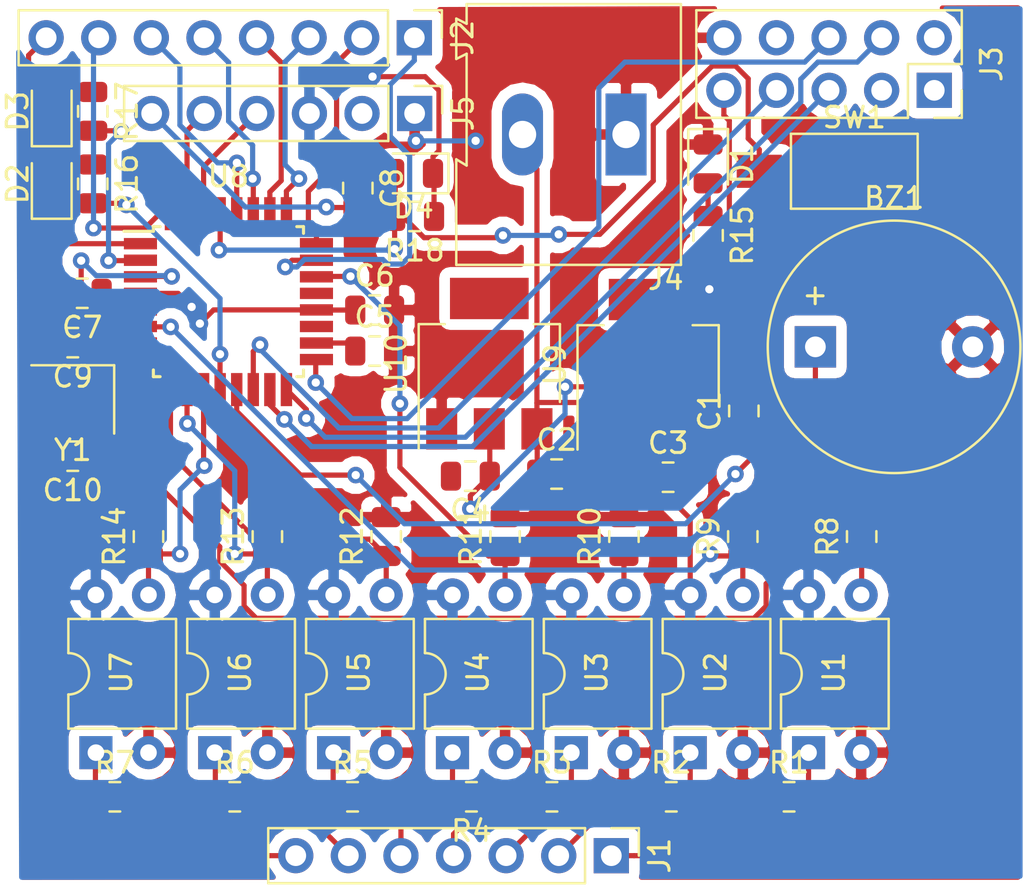
<source format=kicad_pcb>
(kicad_pcb (version 20171130) (host pcbnew 5.0.1)
  (layers (0 F.Cu signal) (31 B.Cu signal) (34 B.Paste user) (35 F.Paste user) (36 B.SilkS user) (37 F.SilkS user) (38 B.Mask user) (39 F.Mask user) (44 Edge.Cuts user))
  (net 0 "")
  (net 1 GND)
  (net 2 +12V)
  (net 3 S4)
  (net 4 Reset)
  (net 5 +5V)
  (net 6 "Net-(D3-Pad2)")
  (net 7 LED_Alarm)
  (net 8 S7)
  (net 9 S6)
  (net 10 S5)
  (net 11 S3)
  (net 12 S2)
  (net 13 S1)
  (net 14 LED_Armed)
  (net 15 "Net-(D2-Pad2)")
  (net 16 "Net-(R6-Pad1)")
  (net 17 "Net-(J1-Pad6)")
  (net 18 "Net-(J1-Pad5)")
  (net 19 "Net-(R5-Pad1)")
  (net 20 "Net-(J1-Pad4)")
  (net 21 "Net-(R4-Pad2)")
  (net 22 "Net-(R3-Pad2)")
  (net 23 "Net-(J1-Pad3)")
  (net 24 "Net-(J1-Pad2)")
  (net 25 "Net-(R2-Pad2)")
  (net 26 "Net-(R1-Pad2)")
  (net 27 "Net-(J1-Pad1)")
  (net 28 "Net-(D1-Pad2)")
  (net 29 "Net-(J1-Pad7)")
  (net 30 "Net-(R7-Pad1)")
  (net 31 +3V3)
  (net 32 Key_8)
  (net 33 Crystal_A)
  (net 34 Crystal_B)
  (net 35 Buzzer)
  (net 36 CS)
  (net 37 MOSI)
  (net 38 MISO)
  (net 39 SCK)
  (net 40 Key_1)
  (net 41 Key_2)
  (net 42 Key_3)
  (net 43 Key_4)
  (net 44 Key_5)
  (net 45 Key_6)
  (net 46 328_RX)
  (net 47 328_TX)
  (net 48 Key_7)
  (net 49 "Net-(J3-Pad1)")
  (net 50 "Net-(J3-Pad2)")
  (net 51 RTS)
  (net 52 "Net-(J3-Pad3)")
  (net 53 "Net-(J3-Pad8)")
  (net 54 "Net-(J5-Pad2)")
  (module Package_TO_SOT_SMD:SOT-223 (layer F.Cu) (at 164.3888 71.12 90)
    (fp_text reference U10 (at 0 -4.5 90) (layer F.SilkS))
    (fp_text value AZ1117-3.3)
    (pad 4 smd rect (at 3.15 0 90) (size 2 3.8) (layers F.Cu F.Paste F.Mask))
    (pad 2 smd rect (at -3.15 0 90) (size 2 1.5) (layers F.Cu F.Paste F.Mask) (net 31 +3V3))
    (pad 3 smd rect (at -3.15 2.3 90) (size 2 1.5) (layers F.Cu F.Paste F.Mask) (net 2 +12V))
    (pad 1 smd rect (at -3.15 -2.3 90) (size 2 1.5) (layers F.Cu F.Paste F.Mask) (net 1 GND))
  )
  (module Connector_PinHeader_2.54mm:PinHeader_1x08_P2.54mm_Vertical (layer F.Cu) (at 160.767 55.372 270)
    (fp_text reference J2 (at 0 -2.33 270) (layer F.SilkS))
    (fp_text value Conn_01x08_Male)
    (pad 1 thru_hole rect (at 0 0 270) (size 1.7 1.7) (drill 1) (layers *.Cu *.Mask) (net 40 Key_1))
    (pad 2 thru_hole oval (at 0 2.54 270) (size 1.7 1.7) (drill 1) (layers *.Cu *.Mask) (net 41 Key_2))
    (pad 3 thru_hole oval (at 0 5.08 270) (size 1.7 1.7) (drill 1) (layers *.Cu *.Mask) (net 42 Key_3))
    (pad 4 thru_hole oval (at 0 7.62 270) (size 1.7 1.7) (drill 1) (layers *.Cu *.Mask) (net 43 Key_4))
    (pad 5 thru_hole oval (at 0 10.16 270) (size 1.7 1.7) (drill 1) (layers *.Cu *.Mask) (net 44 Key_5))
    (pad 6 thru_hole oval (at 0 12.7 270) (size 1.7 1.7) (drill 1) (layers *.Cu *.Mask) (net 45 Key_6))
    (pad 7 thru_hole oval (at 0 15.24 270) (size 1.7 1.7) (drill 1) (layers *.Cu *.Mask) (net 48 Key_7))
    (pad 8 thru_hole oval (at 0 17.78 270) (size 1.7 1.7) (drill 1) (layers *.Cu *.Mask) (net 32 Key_8))
  )
  (module TerminalBlock:TerminalBlock_Altech_AK300-2_P5.00mm (layer F.Cu) (at 170.9928 60.0456 180)
    (fp_text reference J4 (at -1.92 -6.99 180) (layer F.SilkS))
    (fp_text value Screw_Terminal_01x02)
    (pad 1 thru_hole rect (at 0 0 180) (size 1.98 3.96) (drill 1.32) (layers *.Cu *.Mask) (net 1 GND))
    (pad 2 thru_hole oval (at 5 0 180) (size 1.98 3.96) (drill 1.32) (layers *.Cu *.Mask) (net 2 +12V))
  )
  (module Resistor_SMD:R_0805_2012Metric (layer F.Cu) (at 165.1508 79.4743 90)
    (fp_text reference R11 (at 0 -1.65 90) (layer F.SilkS))
    (fp_text value 2K7)
    (pad 1 smd roundrect (at -0.9375 0 90) (size 0.975 1.4) (layers F.Cu F.Paste F.Mask) (net 3 S4))
    (pad 2 smd roundrect (at 0.9375 0 90) (size 0.975 1.4) (layers F.Cu F.Paste F.Mask) (net 1 GND))
  )
  (module Resistor_SMD:R_0805_2012Metric (layer F.Cu) (at 160.782 64.008 180)
    (fp_text reference R18 (at 0 -1.65 180) (layer F.SilkS))
    (fp_text value 100k)
    (pad 2 smd roundrect (at 0.9375 0 180) (size 0.975 1.4) (layers F.Cu F.Paste F.Mask) (net 4 Reset))
    (pad 1 smd roundrect (at -0.9375 0 180) (size 0.975 1.4) (layers F.Cu F.Paste F.Mask) (net 5 +5V))
  )
  (module Resistor_SMD:R_0805_2012Metric (layer F.Cu) (at 145.2372 58.928 270)
    (fp_text reference R17 (at 0 -1.65 270) (layer F.SilkS))
    (fp_text value 10K)
    (pad 1 smd roundrect (at -0.9375 0 270) (size 0.975 1.4) (layers F.Cu F.Paste F.Mask) (net 6 "Net-(D3-Pad2)"))
    (pad 2 smd roundrect (at 0.9375 0 270) (size 0.975 1.4) (layers F.Cu F.Paste F.Mask) (net 7 LED_Alarm))
  )
  (module Resistor_SMD:R_0805_2012Metric (layer F.Cu) (at 147.9296 79.4743 90)
    (fp_text reference R14 (at 0 -1.65 90) (layer F.SilkS))
    (fp_text value 2K7)
    (pad 2 smd roundrect (at 0.9375 0 90) (size 0.975 1.4) (layers F.Cu F.Paste F.Mask) (net 1 GND))
    (pad 1 smd roundrect (at -0.9375 0 90) (size 0.975 1.4) (layers F.Cu F.Paste F.Mask) (net 8 S7))
  )
  (module Resistor_SMD:R_0805_2012Metric (layer F.Cu) (at 153.67 79.4743 90)
    (fp_text reference R13 (at 0 -1.65 90) (layer F.SilkS))
    (fp_text value 2K7)
    (pad 1 smd roundrect (at -0.9375 0 90) (size 0.975 1.4) (layers F.Cu F.Paste F.Mask) (net 9 S6))
    (pad 2 smd roundrect (at 0.9375 0 90) (size 0.975 1.4) (layers F.Cu F.Paste F.Mask) (net 1 GND))
  )
  (module Resistor_SMD:R_0805_2012Metric (layer F.Cu) (at 159.4104 79.4743 90)
    (fp_text reference R12 (at 0 -1.65 90) (layer F.SilkS))
    (fp_text value 2K7)
    (pad 2 smd roundrect (at 0.9375 0 90) (size 0.975 1.4) (layers F.Cu F.Paste F.Mask) (net 1 GND))
    (pad 1 smd roundrect (at -0.9375 0 90) (size 0.975 1.4) (layers F.Cu F.Paste F.Mask) (net 10 S5))
  )
  (module Resistor_SMD:R_0805_2012Metric (layer F.Cu) (at 170.8912 79.4743 90)
    (fp_text reference R10 (at 0 -1.65 90) (layer F.SilkS))
    (fp_text value 2K7)
    (pad 1 smd roundrect (at -0.9375 0 90) (size 0.975 1.4) (layers F.Cu F.Paste F.Mask) (net 11 S3))
    (pad 2 smd roundrect (at 0.9375 0 90) (size 0.975 1.4) (layers F.Cu F.Paste F.Mask) (net 1 GND))
  )
  (module Resistor_SMD:R_0805_2012Metric (layer F.Cu) (at 176.6316 79.4743 90)
    (fp_text reference R9 (at 0 -1.65 90) (layer F.SilkS))
    (fp_text value 2K7)
    (pad 2 smd roundrect (at 0.9375 0 90) (size 0.975 1.4) (layers F.Cu F.Paste F.Mask) (net 1 GND))
    (pad 1 smd roundrect (at -0.9375 0 90) (size 0.975 1.4) (layers F.Cu F.Paste F.Mask) (net 12 S2))
  )
  (module Resistor_SMD:R_0805_2012Metric (layer F.Cu) (at 182.372 79.4743 90)
    (fp_text reference R8 (at 0 -1.65 90) (layer F.SilkS))
    (fp_text value 2K7)
    (pad 1 smd roundrect (at -0.9375 0 90) (size 0.975 1.4) (layers F.Cu F.Paste F.Mask) (net 13 S1))
    (pad 2 smd roundrect (at 0.9375 0 90) (size 0.975 1.4) (layers F.Cu F.Paste F.Mask) (net 1 GND))
  )
  (module Resistor_SMD:R_0805_2012Metric (layer F.Cu) (at 145.2372 62.4332 270)
    (fp_text reference R16 (at 0 -1.65 270) (layer F.SilkS))
    (fp_text value 10K)
    (pad 2 smd roundrect (at 0.9375 0 270) (size 0.975 1.4) (layers F.Cu F.Paste F.Mask) (net 14 LED_Armed))
    (pad 1 smd roundrect (at -0.9375 0 270) (size 0.975 1.4) (layers F.Cu F.Paste F.Mask) (net 15 "Net-(D2-Pad2)"))
  )
  (module Resistor_SMD:R_0805_2012Metric (layer F.Cu) (at 152.0952 92.0496)
    (fp_text reference R6 (at 0 -1.65) (layer F.SilkS))
    (fp_text value 2K7)
    (pad 1 smd roundrect (at -0.9375 0) (size 0.975 1.4) (layers F.Cu F.Paste F.Mask) (net 16 "Net-(R6-Pad1)"))
    (pad 2 smd roundrect (at 0.9375 0) (size 0.975 1.4) (layers F.Cu F.Paste F.Mask) (net 17 "Net-(J1-Pad6)"))
  )
  (module Resistor_SMD:R_0805_2012Metric (layer F.Cu) (at 157.7848 92.0496)
    (fp_text reference R5 (at 0 -1.65) (layer F.SilkS))
    (fp_text value 2K7)
    (pad 2 smd roundrect (at 0.9375 0) (size 0.975 1.4) (layers F.Cu F.Paste F.Mask) (net 18 "Net-(J1-Pad5)"))
    (pad 1 smd roundrect (at -0.9375 0) (size 0.975 1.4) (layers F.Cu F.Paste F.Mask) (net 19 "Net-(R5-Pad1)"))
  )
  (module Resistor_SMD:R_0805_2012Metric (layer F.Cu) (at 163.5252 92.0496 180)
    (fp_text reference R4 (at 0 -1.65 180) (layer F.SilkS))
    (fp_text value 2K7)
    (pad 1 smd roundrect (at -0.9375 0 180) (size 0.975 1.4) (layers F.Cu F.Paste F.Mask) (net 20 "Net-(J1-Pad4)"))
    (pad 2 smd roundrect (at 0.9375 0 180) (size 0.975 1.4) (layers F.Cu F.Paste F.Mask) (net 21 "Net-(R4-Pad2)"))
  )
  (module Resistor_SMD:R_0805_2012Metric (layer F.Cu) (at 167.4137 92.0496)
    (fp_text reference R3 (at 0 -1.65) (layer F.SilkS))
    (fp_text value 2K7)
    (pad 2 smd roundrect (at 0.9375 0) (size 0.975 1.4) (layers F.Cu F.Paste F.Mask) (net 22 "Net-(R3-Pad2)"))
    (pad 1 smd roundrect (at -0.9375 0) (size 0.975 1.4) (layers F.Cu F.Paste F.Mask) (net 23 "Net-(J1-Pad3)"))
  )
  (module Resistor_SMD:R_0805_2012Metric (layer F.Cu) (at 173.1772 92.0496)
    (fp_text reference R2 (at 0 -1.65) (layer F.SilkS))
    (fp_text value 2K7)
    (pad 1 smd roundrect (at -0.9375 0) (size 0.975 1.4) (layers F.Cu F.Paste F.Mask) (net 24 "Net-(J1-Pad2)"))
    (pad 2 smd roundrect (at 0.9375 0) (size 0.975 1.4) (layers F.Cu F.Paste F.Mask) (net 25 "Net-(R2-Pad2)"))
  )
  (module Resistor_SMD:R_0805_2012Metric (layer F.Cu) (at 178.8668 92.0496)
    (fp_text reference R1 (at 0 -1.65) (layer F.SilkS))
    (fp_text value 2K7)
    (pad 2 smd roundrect (at 0.9375 0) (size 0.975 1.4) (layers F.Cu F.Paste F.Mask) (net 26 "Net-(R1-Pad2)"))
    (pad 1 smd roundrect (at -0.9375 0) (size 0.975 1.4) (layers F.Cu F.Paste F.Mask) (net 27 "Net-(J1-Pad1)"))
  )
  (module Resistor_SMD:R_0805_2012Metric (layer F.Cu) (at 174.9552 64.9224 270)
    (fp_text reference R15 (at 0 -1.65 270) (layer F.SilkS))
    (fp_text value 10K)
    (pad 1 smd roundrect (at -0.9375 0 270) (size 0.975 1.4) (layers F.Cu F.Paste F.Mask) (net 28 "Net-(D1-Pad2)"))
    (pad 2 smd roundrect (at 0.9375 0 270) (size 0.975 1.4) (layers F.Cu F.Paste F.Mask) (net 5 +5V))
  )
  (module Resistor_SMD:R_0805_2012Metric (layer F.Cu) (at 146.304 92.0496)
    (fp_text reference R7 (at 0 -1.65) (layer F.SilkS))
    (fp_text value 2K7)
    (pad 2 smd roundrect (at 0.9375 0) (size 0.975 1.4) (layers F.Cu F.Paste F.Mask) (net 29 "Net-(J1-Pad7)"))
    (pad 1 smd roundrect (at -0.9375 0) (size 0.975 1.4) (layers F.Cu F.Paste F.Mask) (net 30 "Net-(R7-Pad1)"))
  )
  (module Package_TO_SOT_SMD:SOT-223 (layer F.Cu) (at 172.0596 71.1708 90)
    (fp_text reference U9 (at 0 -4.5 90) (layer F.SilkS))
    (fp_text value AZ1117-5.0)
    (pad 1 smd rect (at -3.15 -2.3 90) (size 2 1.5) (layers F.Cu F.Paste F.Mask) (net 1 GND))
    (pad 3 smd rect (at -3.15 2.3 90) (size 2 1.5) (layers F.Cu F.Paste F.Mask) (net 2 +12V))
    (pad 2 smd rect (at -3.15 0 90) (size 2 1.5) (layers F.Cu F.Paste F.Mask) (net 5 +5V))
    (pad 4 smd rect (at 3.15 0 90) (size 2 3.8) (layers F.Cu F.Paste F.Mask))
  )
  (module Package_QFP:TQFP-32_7x7mm_P0.8mm (layer F.Cu) (at 151.7904 68.1228)
    (fp_text reference U8 (at 0 -6.05) (layer F.SilkS))
    (fp_text value ATmega328PB-AU)
    (pad 1 smd rect (at -4.25 -2.8) (size 1.6 0.55) (layers F.Cu F.Paste F.Mask) (net 32 Key_8))
    (pad 2 smd rect (at -4.25 -2) (size 1.6 0.55) (layers F.Cu F.Paste F.Mask) (net 7 LED_Alarm))
    (pad 3 smd rect (at -4.25 -1.2) (size 1.6 0.55) (layers F.Cu F.Paste F.Mask) (net 13 S1))
    (pad 4 smd rect (at -4.25 -0.4) (size 1.6 0.55) (layers F.Cu F.Paste F.Mask) (net 5 +5V))
    (pad 5 smd rect (at -4.25 0.4) (size 1.6 0.55) (layers F.Cu F.Paste F.Mask) (net 1 GND))
    (pad 6 smd rect (at -4.25 1.2) (size 1.6 0.55) (layers F.Cu F.Paste F.Mask) (net 12 S2))
    (pad 7 smd rect (at -4.25 2) (size 1.6 0.55) (layers F.Cu F.Paste F.Mask) (net 33 Crystal_A))
    (pad 8 smd rect (at -4.25 2.8) (size 1.6 0.55) (layers F.Cu F.Paste F.Mask) (net 34 Crystal_B))
    (pad 9 smd rect (at -2.8 4.25 90) (size 1.6 0.55) (layers F.Cu F.Paste F.Mask) (net 10 S5))
    (pad 10 smd rect (at -2 4.25 90) (size 1.6 0.55) (layers F.Cu F.Paste F.Mask) (net 9 S6))
    (pad 11 smd rect (at -1.2 4.25 90) (size 1.6 0.55) (layers F.Cu F.Paste F.Mask) (net 8 S7))
    (pad 12 smd rect (at -0.4 4.25 90) (size 1.6 0.55) (layers F.Cu F.Paste F.Mask) (net 14 LED_Armed))
    (pad 13 smd rect (at 0.4 4.25 90) (size 1.6 0.55) (layers F.Cu F.Paste F.Mask) (net 35 Buzzer))
    (pad 14 smd rect (at 1.2 4.25 90) (size 1.6 0.55) (layers F.Cu F.Paste F.Mask) (net 36 CS))
    (pad 15 smd rect (at 2 4.25 90) (size 1.6 0.55) (layers F.Cu F.Paste F.Mask) (net 37 MOSI))
    (pad 16 smd rect (at 2.8 4.25 90) (size 1.6 0.55) (layers F.Cu F.Paste F.Mask) (net 38 MISO))
    (pad 17 smd rect (at 4.25 2.8) (size 1.6 0.55) (layers F.Cu F.Paste F.Mask) (net 39 SCK))
    (pad 18 smd rect (at 4.25 2) (size 1.6 0.55) (layers F.Cu F.Paste F.Mask) (net 5 +5V))
    (pad 19 smd rect (at 4.25 1.2) (size 1.6 0.55) (layers F.Cu F.Paste F.Mask) (net 11 S3))
    (pad 20 smd rect (at 4.25 0.4) (size 1.6 0.55) (layers F.Cu F.Paste F.Mask) (net 5 +5V))
    (pad 21 smd rect (at 4.25 -0.4) (size 1.6 0.55) (layers F.Cu F.Paste F.Mask) (net 1 GND))
    (pad 22 smd rect (at 4.25 -1.2) (size 1.6 0.55) (layers F.Cu F.Paste F.Mask) (net 3 S4))
    (pad 23 smd rect (at 4.25 -2) (size 1.6 0.55) (layers F.Cu F.Paste F.Mask) (net 40 Key_1))
    (pad 24 smd rect (at 4.25 -2.8) (size 1.6 0.55) (layers F.Cu F.Paste F.Mask) (net 41 Key_2))
    (pad 25 smd rect (at 2.8 -4.25 90) (size 1.6 0.55) (layers F.Cu F.Paste F.Mask) (net 42 Key_3))
    (pad 26 smd rect (at 2 -4.25 90) (size 1.6 0.55) (layers F.Cu F.Paste F.Mask) (net 43 Key_4))
    (pad 27 smd rect (at 1.2 -4.25 90) (size 1.6 0.55) (layers F.Cu F.Paste F.Mask) (net 44 Key_5))
    (pad 28 smd rect (at 0.4 -4.25 90) (size 1.6 0.55) (layers F.Cu F.Paste F.Mask) (net 45 Key_6))
    (pad 29 smd rect (at -0.4 -4.25 90) (size 1.6 0.55) (layers F.Cu F.Paste F.Mask) (net 4 Reset))
    (pad 30 smd rect (at -1.2 -4.25 90) (size 1.6 0.55) (layers F.Cu F.Paste F.Mask) (net 46 328_RX))
    (pad 31 smd rect (at -2 -4.25 90) (size 1.6 0.55) (layers F.Cu F.Paste F.Mask) (net 47 328_TX))
    (pad 32 smd rect (at -2.8 -4.25 90) (size 1.6 0.55) (layers F.Cu F.Paste F.Mask) (net 48 Key_7))
  )
  (module Package_DIP:DIP-4_W7.62mm (layer F.Cu) (at 162.6108 89.916 90)
    (fp_text reference U4 (at 3.8608 1.226 90) (layer F.SilkS))
    (fp_text value PC817)
    (pad 1 thru_hole rect (at 0 0 90) (size 1.6 1.6) (drill 0.8) (layers *.Cu *.Mask) (net 21 "Net-(R4-Pad2)"))
    (pad 3 thru_hole oval (at 7.62 2.54 90) (size 1.6 1.6) (drill 0.8) (layers *.Cu *.Mask) (net 3 S4))
    (pad 2 thru_hole oval (at 0 2.54 90) (size 1.6 1.6) (drill 0.8) (layers *.Cu *.Mask) (net 1 GND))
    (pad 4 thru_hole oval (at 7.62 0 90) (size 1.6 1.6) (drill 0.8) (layers *.Cu *.Mask) (net 5 +5V))
  )
  (module Package_DIP:DIP-4_W7.62mm (layer F.Cu) (at 145.3896 89.916 90)
    (fp_text reference U7 (at 3.8608 1.226 90) (layer F.SilkS))
    (fp_text value PC817)
    (pad 4 thru_hole oval (at 7.62 0 90) (size 1.6 1.6) (drill 0.8) (layers *.Cu *.Mask) (net 5 +5V))
    (pad 2 thru_hole oval (at 0 2.54 90) (size 1.6 1.6) (drill 0.8) (layers *.Cu *.Mask) (net 1 GND))
    (pad 3 thru_hole oval (at 7.62 2.54 90) (size 1.6 1.6) (drill 0.8) (layers *.Cu *.Mask) (net 8 S7))
    (pad 1 thru_hole rect (at 0 0 90) (size 1.6 1.6) (drill 0.8) (layers *.Cu *.Mask) (net 30 "Net-(R7-Pad1)"))
  )
  (module Package_DIP:DIP-4_W7.62mm (layer F.Cu) (at 151.13 89.916 90)
    (fp_text reference U6 (at 3.8608 1.226 90) (layer F.SilkS))
    (fp_text value PC817)
    (pad 1 thru_hole rect (at 0 0 90) (size 1.6 1.6) (drill 0.8) (layers *.Cu *.Mask) (net 16 "Net-(R6-Pad1)"))
    (pad 3 thru_hole oval (at 7.62 2.54 90) (size 1.6 1.6) (drill 0.8) (layers *.Cu *.Mask) (net 9 S6))
    (pad 2 thru_hole oval (at 0 2.54 90) (size 1.6 1.6) (drill 0.8) (layers *.Cu *.Mask) (net 1 GND))
    (pad 4 thru_hole oval (at 7.62 0 90) (size 1.6 1.6) (drill 0.8) (layers *.Cu *.Mask) (net 5 +5V))
  )
  (module Package_DIP:DIP-4_W7.62mm (layer F.Cu) (at 156.8704 89.916 90)
    (fp_text reference U5 (at 3.8608 1.226 90) (layer F.SilkS))
    (fp_text value PC817)
    (pad 4 thru_hole oval (at 7.62 0 90) (size 1.6 1.6) (drill 0.8) (layers *.Cu *.Mask) (net 5 +5V))
    (pad 2 thru_hole oval (at 0 2.54 90) (size 1.6 1.6) (drill 0.8) (layers *.Cu *.Mask) (net 1 GND))
    (pad 3 thru_hole oval (at 7.62 2.54 90) (size 1.6 1.6) (drill 0.8) (layers *.Cu *.Mask) (net 10 S5))
    (pad 1 thru_hole rect (at 0 0 90) (size 1.6 1.6) (drill 0.8) (layers *.Cu *.Mask) (net 19 "Net-(R5-Pad1)"))
  )
  (module Package_DIP:DIP-4_W7.62mm (layer F.Cu) (at 174.0916 89.916 90)
    (fp_text reference U2 (at 3.8608 1.226 90) (layer F.SilkS))
    (fp_text value PC817)
    (pad 1 thru_hole rect (at 0 0 90) (size 1.6 1.6) (drill 0.8) (layers *.Cu *.Mask) (net 25 "Net-(R2-Pad2)"))
    (pad 3 thru_hole oval (at 7.62 2.54 90) (size 1.6 1.6) (drill 0.8) (layers *.Cu *.Mask) (net 12 S2))
    (pad 2 thru_hole oval (at 0 2.54 90) (size 1.6 1.6) (drill 0.8) (layers *.Cu *.Mask) (net 1 GND))
    (pad 4 thru_hole oval (at 7.62 0 90) (size 1.6 1.6) (drill 0.8) (layers *.Cu *.Mask) (net 5 +5V))
  )
  (module Package_DIP:DIP-4_W7.62mm (layer F.Cu) (at 179.8066 89.916 90)
    (fp_text reference U1 (at 3.8608 1.226 90) (layer F.SilkS))
    (fp_text value PC817)
    (pad 4 thru_hole oval (at 7.62 0 90) (size 1.6 1.6) (drill 0.8) (layers *.Cu *.Mask) (net 5 +5V))
    (pad 2 thru_hole oval (at 0 2.54 90) (size 1.6 1.6) (drill 0.8) (layers *.Cu *.Mask) (net 1 GND))
    (pad 3 thru_hole oval (at 7.62 2.54 90) (size 1.6 1.6) (drill 0.8) (layers *.Cu *.Mask) (net 13 S1))
    (pad 1 thru_hole rect (at 0 0 90) (size 1.6 1.6) (drill 0.8) (layers *.Cu *.Mask) (net 26 "Net-(R1-Pad2)"))
  )
  (module Package_DIP:DIP-4_W7.62mm (layer F.Cu) (at 168.3512 89.916 90)
    (fp_text reference U3 (at 3.8608 1.226 90) (layer F.SilkS))
    (fp_text value PC817)
    (pad 1 thru_hole rect (at 0 0 90) (size 1.6 1.6) (drill 0.8) (layers *.Cu *.Mask) (net 22 "Net-(R3-Pad2)"))
    (pad 3 thru_hole oval (at 7.62 2.54 90) (size 1.6 1.6) (drill 0.8) (layers *.Cu *.Mask) (net 11 S3))
    (pad 2 thru_hole oval (at 0 2.54 90) (size 1.6 1.6) (drill 0.8) (layers *.Cu *.Mask) (net 1 GND))
    (pad 4 thru_hole oval (at 7.62 0 90) (size 1.6 1.6) (drill 0.8) (layers *.Cu *.Mask) (net 5 +5V))
  )
  (module LED_SMD:LED_0805_2012Metric (layer F.Cu) (at 143.256 58.928 90)
    (fp_text reference D3 (at 0 -1.65 90) (layer F.SilkS))
    (fp_text value ALARM)
    (pad 1 smd roundrect (at -0.9375 0 90) (size 0.975 1.4) (layers F.Cu F.Paste F.Mask) (net 1 GND))
    (pad 2 smd roundrect (at 0.9375 0 90) (size 0.975 1.4) (layers F.Cu F.Paste F.Mask) (net 6 "Net-(D3-Pad2)"))
  )
  (module LED_SMD:LED_0805_2012Metric (layer F.Cu) (at 143.256 62.4332 90)
    (fp_text reference D2 (at 0 -1.65 90) (layer F.SilkS))
    (fp_text value ARMED)
    (pad 2 smd roundrect (at 0.9375 0 90) (size 0.975 1.4) (layers F.Cu F.Paste F.Mask) (net 15 "Net-(D2-Pad2)"))
    (pad 1 smd roundrect (at -0.9375 0 90) (size 0.975 1.4) (layers F.Cu F.Paste F.Mask) (net 1 GND))
  )
  (module LED_SMD:LED_0805_2012Metric (layer F.Cu) (at 174.9552 61.468 270)
    (fp_text reference D1 (at 0 -1.65 270) (layer F.SilkS))
    (fp_text value PWR)
    (pad 1 smd roundrect (at -0.9375 0 270) (size 0.975 1.4) (layers F.Cu F.Paste F.Mask) (net 1 GND))
    (pad 2 smd roundrect (at 0.9375 0 270) (size 0.975 1.4) (layers F.Cu F.Paste F.Mask) (net 28 "Net-(D1-Pad2)"))
  )
  (module Diode_SMD:D_0805_2012Metric (layer F.Cu) (at 160.7312 61.9252 180)
    (fp_text reference D4 (at 0 -1.65 180) (layer F.SilkS))
    (fp_text value D)
    (pad 1 smd roundrect (at -0.9375 0 180) (size 0.975 1.4) (layers F.Cu F.Paste F.Mask) (net 5 +5V))
    (pad 2 smd roundrect (at 0.9375 0 180) (size 0.975 1.4) (layers F.Cu F.Paste F.Mask) (net 4 Reset))
  )
  (module Crystal:Crystal_SMD_3225-4Pin_3.2x2.5mm (layer F.Cu) (at 144.272 72.8472 180)
    (fp_text reference Y1 (at 0 -2.45 180) (layer F.SilkS))
    (fp_text value 16MHz)
    (pad 1 smd rect (at -1.1 0.85 180) (size 1.4 1.2) (layers F.Cu F.Paste F.Mask) (net 33 Crystal_A))
    (pad 2 smd rect (at 1.1 0.85 180) (size 1.4 1.2) (layers F.Cu F.Paste F.Mask))
    (pad 3 smd rect (at 1.1 -0.85 180) (size 1.4 1.2) (layers F.Cu F.Paste F.Mask) (net 34 Crystal_B))
    (pad 4 smd rect (at -1.1 -0.85 180) (size 1.4 1.2) (layers F.Cu F.Paste F.Mask))
  )
  (module Connector_PinSocket_2.54mm:PinSocket_2x05_P2.54mm_Vertical (layer F.Cu) (at 185.8772 57.912 270)
    (fp_text reference J3 (at -1.27 -2.77 270) (layer F.SilkS))
    (fp_text value Conn_02x05_Odd_Even)
    (pad 1 thru_hole rect (at 0 0 270) (size 1.7 1.7) (drill 1) (layers *.Cu *.Mask) (net 49 "Net-(J3-Pad1)"))
    (pad 2 thru_hole oval (at -2.54 0 270) (size 1.7 1.7) (drill 1) (layers *.Cu *.Mask) (net 50 "Net-(J3-Pad2)"))
    (pad 3 thru_hole oval (at 0 2.54 270) (size 1.7 1.7) (drill 1) (layers *.Cu *.Mask) (net 52 "Net-(J3-Pad3)"))
    (pad 4 thru_hole oval (at -2.54 2.54 270) (size 1.7 1.7) (drill 1) (layers *.Cu *.Mask) (net 38 MISO))
    (pad 5 thru_hole oval (at 0 5.08 270) (size 1.7 1.7) (drill 1) (layers *.Cu *.Mask) (net 37 MOSI))
    (pad 6 thru_hole oval (at -2.54 5.08 270) (size 1.7 1.7) (drill 1) (layers *.Cu *.Mask) (net 39 SCK))
    (pad 7 thru_hole oval (at 0 7.62 270) (size 1.7 1.7) (drill 1) (layers *.Cu *.Mask) (net 36 CS))
    (pad 8 thru_hole oval (at -2.54 7.62 270) (size 1.7 1.7) (drill 1) (layers *.Cu *.Mask) (net 53 "Net-(J3-Pad8)"))
    (pad 9 thru_hole oval (at 0 10.16 270) (size 1.7 1.7) (drill 1) (layers *.Cu *.Mask) (net 31 +3V3))
    (pad 10 thru_hole oval (at -2.54 10.16 270) (size 1.7 1.7) (drill 1) (layers *.Cu *.Mask) (net 1 GND))
  )
  (module Connector_PinHeader_2.54mm:PinHeader_1x07_P2.54mm_Vertical (layer F.Cu) (at 170.2816 94.8944 270)
    (fp_text reference J1 (at 0 -2.33 270) (layer F.SilkS))
    (fp_text value Conn_01x07_Male)
    (pad 1 thru_hole rect (at 0 0 270) (size 1.7 1.7) (drill 1) (layers *.Cu *.Mask) (net 27 "Net-(J1-Pad1)"))
    (pad 2 thru_hole oval (at 0 2.54 270) (size 1.7 1.7) (drill 1) (layers *.Cu *.Mask) (net 24 "Net-(J1-Pad2)"))
    (pad 3 thru_hole oval (at 0 5.08 270) (size 1.7 1.7) (drill 1) (layers *.Cu *.Mask) (net 23 "Net-(J1-Pad3)"))
    (pad 4 thru_hole oval (at 0 7.62 270) (size 1.7 1.7) (drill 1) (layers *.Cu *.Mask) (net 20 "Net-(J1-Pad4)"))
    (pad 5 thru_hole oval (at 0 10.16 270) (size 1.7 1.7) (drill 1) (layers *.Cu *.Mask) (net 18 "Net-(J1-Pad5)"))
    (pad 6 thru_hole oval (at 0 12.7 270) (size 1.7 1.7) (drill 1) (layers *.Cu *.Mask) (net 17 "Net-(J1-Pad6)"))
    (pad 7 thru_hole oval (at 0 15.24 270) (size 1.7 1.7) (drill 1) (layers *.Cu *.Mask) (net 29 "Net-(J1-Pad7)"))
  )
  (module Connector_PinHeader_2.54mm:PinHeader_1x06_P2.54mm_Vertical (layer F.Cu) (at 160.782 59.0296 270)
    (fp_text reference J5 (at 0 -2.33 270) (layer F.SilkS))
    (fp_text value Conn_01x06_Male)
    (pad 1 thru_hole rect (at 0 0 270) (size 1.7 1.7) (drill 1) (layers *.Cu *.Mask) (net 1 GND))
    (pad 2 thru_hole oval (at 0 2.54 270) (size 1.7 1.7) (drill 1) (layers *.Cu *.Mask) (net 54 "Net-(J5-Pad2)"))
    (pad 3 thru_hole oval (at 0 5.08 270) (size 1.7 1.7) (drill 1) (layers *.Cu *.Mask) (net 5 +5V))
    (pad 4 thru_hole oval (at 0 7.62 270) (size 1.7 1.7) (drill 1) (layers *.Cu *.Mask) (net 46 328_RX))
    (pad 5 thru_hole oval (at 0 10.16 270) (size 1.7 1.7) (drill 1) (layers *.Cu *.Mask) (net 47 328_TX))
    (pad 6 thru_hole oval (at 0 12.7 270) (size 1.7 1.7) (drill 1) (layers *.Cu *.Mask) (net 51 RTS))
  )
  (module Capacitor_SMD:C_0805_2012Metric (layer F.Cu) (at 144.272 75.5904 180)
    (fp_text reference C10 (at 0 -1.65 180) (layer F.SilkS))
    (fp_text value 12pF)
    (pad 1 smd roundrect (at -0.9375 0 180) (size 0.975 1.4) (layers F.Cu F.Paste F.Mask) (net 34 Crystal_B))
    (pad 2 smd roundrect (at 0.9375 0 180) (size 0.975 1.4) (layers F.Cu F.Paste F.Mask) (net 1 GND))
  )
  (module Capacitor_SMD:C_0805_2012Metric (layer F.Cu) (at 176.6824 73.406 90)
    (fp_text reference C1 (at 0 -1.65 90) (layer F.SilkS))
    (fp_text value 10uF)
    (pad 2 smd roundrect (at 0.9375 0 90) (size 0.975 1.4) (layers F.Cu F.Paste F.Mask) (net 1 GND))
    (pad 1 smd roundrect (at -0.9375 0 90) (size 0.975 1.4) (layers F.Cu F.Paste F.Mask) (net 2 +12V))
  )
  (module Capacitor_SMD:C_0805_2012Metric (layer F.Cu) (at 167.64 76.454)
    (fp_text reference C2 (at 0 -1.65) (layer F.SilkS))
    (fp_text value 10uF)
    (pad 1 smd roundrect (at -0.9375 0) (size 0.975 1.4) (layers F.Cu F.Paste F.Mask) (net 2 +12V))
    (pad 2 smd roundrect (at 0.9375 0) (size 0.975 1.4) (layers F.Cu F.Paste F.Mask) (net 1 GND))
  )
  (module Capacitor_SMD:C_0805_2012Metric (layer F.Cu) (at 173.0248 76.6064)
    (fp_text reference C3 (at 0 -1.65) (layer F.SilkS))
    (fp_text value 1uF)
    (pad 2 smd roundrect (at 0.9375 0) (size 0.975 1.4) (layers F.Cu F.Paste F.Mask) (net 1 GND))
    (pad 1 smd roundrect (at -0.9375 0) (size 0.975 1.4) (layers F.Cu F.Paste F.Mask) (net 5 +5V))
  )
  (module Capacitor_SMD:C_0805_2012Metric (layer F.Cu) (at 163.4744 76.5556 180)
    (fp_text reference C4 (at 0 -1.65 180) (layer F.SilkS))
    (fp_text value 1uF)
    (pad 1 smd roundrect (at -0.9375 0 180) (size 0.975 1.4) (layers F.Cu F.Paste F.Mask) (net 31 +3V3))
    (pad 2 smd roundrect (at 0.9375 0 180) (size 0.975 1.4) (layers F.Cu F.Paste F.Mask) (net 1 GND))
  )
  (module Capacitor_SMD:C_0805_2012Metric (layer F.Cu) (at 158.8516 70.5104)
    (fp_text reference C5 (at 0 -1.65) (layer F.SilkS))
    (fp_text value 100nF)
    (pad 2 smd roundrect (at 0.9375 0) (size 0.975 1.4) (layers F.Cu F.Paste F.Mask) (net 1 GND))
    (pad 1 smd roundrect (at -0.9375 0) (size 0.975 1.4) (layers F.Cu F.Paste F.Mask) (net 5 +5V))
  )
  (module Capacitor_SMD:C_0805_2012Metric (layer F.Cu) (at 158.8516 68.5292)
    (fp_text reference C6 (at 0 -1.65) (layer F.SilkS))
    (fp_text value 100nF)
    (pad 1 smd roundrect (at -0.9375 0) (size 0.975 1.4) (layers F.Cu F.Paste F.Mask) (net 5 +5V))
    (pad 2 smd roundrect (at 0.9375 0) (size 0.975 1.4) (layers F.Cu F.Paste F.Mask) (net 1 GND))
  )
  (module Capacitor_SMD:C_0805_2012Metric (layer F.Cu) (at 144.7292 67.7164 180)
    (fp_text reference C7 (at 0 -1.65 180) (layer F.SilkS))
    (fp_text value 100nF)
    (pad 2 smd roundrect (at 0.9375 0 180) (size 0.975 1.4) (layers F.Cu F.Paste F.Mask) (net 1 GND))
    (pad 1 smd roundrect (at -0.9375 0 180) (size 0.975 1.4) (layers F.Cu F.Paste F.Mask) (net 5 +5V))
  )
  (module Capacitor_SMD:C_0805_2012Metric (layer F.Cu) (at 158.0388 62.6364 270)
    (fp_text reference C8 (at 0 -1.65 270) (layer F.SilkS))
    (fp_text value 100nF)
    (pad 1 smd roundrect (at -0.9375 0 270) (size 0.975 1.4) (layers F.Cu F.Paste F.Mask) (net 4 Reset))
    (pad 2 smd roundrect (at 0.9375 0 270) (size 0.975 1.4) (layers F.Cu F.Paste F.Mask) (net 51 RTS))
  )
  (module Capacitor_SMD:C_0805_2012Metric (layer F.Cu) (at 144.272 70.104 180)
    (fp_text reference C9 (at 0 -1.65 180) (layer F.SilkS))
    (fp_text value 12pF)
    (pad 2 smd roundrect (at 0.9375 0 180) (size 0.975 1.4) (layers F.Cu F.Paste F.Mask) (net 1 GND))
    (pad 1 smd roundrect (at -0.9375 0 180) (size 0.975 1.4) (layers F.Cu F.Paste F.Mask) (net 33 Crystal_A))
  )
  (module Buzzer_Beeper:Buzzer_12x9.5RM7.6 (layer F.Cu) (at 180.1368 70.3072)
    (fp_text reference BZ1 (at 3.8 -7.2) (layer F.SilkS))
    (fp_text value Buzzer)
    (fp_text user + (at -0.01 -2.54) (layer F.SilkS))
    (pad 1 thru_hole rect (at 0 0) (size 2 2) (drill 1) (layers *.Cu *.Mask) (net 35 Buzzer))
    (pad 2 thru_hole circle (at 7.6 0) (size 2 2) (drill 1) (layers *.Cu *.Mask) (net 1 GND))
  )
  (module Button_Switch_SMD:SW_SPST_FSMSM (layer F.Cu) (at 182.0164 61.8236)
    (fp_text reference SW1 (at 0 -2.6) (layer F.SilkS))
    (fp_text value SW_Push)
    (pad 2 smd rect (at 4.59 0) (size 2.18 1.6) (layers F.Cu F.Paste F.Mask) (net 1 GND))
    (pad 1 smd rect (at -4.59 0) (size 2.18 1.6) (layers F.Cu F.Paste F.Mask) (net 4 Reset))
  )
  (via (at 160.846779 60.354075) (size 0.8) (drill 0.4) (layers F.Cu B.Cu) (net 1))
  (segment (start 160.782 59.0296) (end 160.782 60.289296) (width 0.25) (layer F.Cu) (net 1))
  (segment (start 160.782 60.289296) (end 160.846779 60.354075) (width 0.25) (layer F.Cu) (net 1))
  (via (at 163.7284 60.3504) (size 0.8) (drill 0.4) (layers F.Cu B.Cu) (net 1))
  (segment (start 160.846779 60.354075) (end 163.724725 60.354075) (width 0.25) (layer B.Cu) (net 1))
  (segment (start 163.724725 60.354075) (end 163.7284 60.3504) (width 0.25) (layer B.Cu) (net 1))
  (segment (start 166.6888 61.7316) (end 166.6888 73.02) (width 0.25) (layer F.Cu) (net 2))
  (segment (start 165.9928 61.0356) (end 166.6888 61.7316) (width 0.25) (layer F.Cu) (net 2))
  (segment (start 165.9928 60.0456) (end 165.9928 61.0356) (width 0.25) (layer F.Cu) (net 2))
  (segment (start 174.3596 74.0708) (end 174.3596 74.3208) (width 0.25) (layer F.Cu) (net 2))
  (segment (start 173.284599 72.995799) (end 174.3596 74.0708) (width 0.25) (layer F.Cu) (net 2))
  (segment (start 166.713001 72.995799) (end 173.284599 72.995799) (width 0.25) (layer F.Cu) (net 2))
  (segment (start 166.6888 73.02) (end 166.713001 72.995799) (width 0.25) (layer F.Cu) (net 2))
  (segment (start 166.6888 74.27) (end 166.6888 73.02) (width 0.25) (layer F.Cu) (net 2))
  (segment (start 166.7025 74.2837) (end 166.6888 74.27) (width 0.25) (layer F.Cu) (net 2))
  (segment (start 166.7025 76.454) (end 166.7025 74.2837) (width 0.25) (layer F.Cu) (net 2))
  (segment (start 174.3823 74.3435) (end 174.3596 74.3208) (width 0.25) (layer F.Cu) (net 2))
  (segment (start 176.6824 74.3435) (end 174.3823 74.3435) (width 0.25) (layer F.Cu) (net 2))
  (segment (start 165.1508 80.4118) (end 165.1508 82.296) (width 0.25) (layer F.Cu) (net 3))
  (via (at 160.0708 73.0504) (size 0.8) (drill 0.4) (layers F.Cu B.Cu) (net 3))
  (segment (start 160.0708 76.1318) (end 160.0708 73.0504) (width 0.25) (layer F.Cu) (net 3))
  (segment (start 165.1508 80.4118) (end 164.3508 80.4118) (width 0.25) (layer F.Cu) (net 3))
  (segment (start 164.3508 80.4118) (end 160.0708 76.1318) (width 0.25) (layer F.Cu) (net 3))
  (via (at 157.6832 66.9036) (size 0.8) (drill 0.4) (layers F.Cu B.Cu) (net 3))
  (segment (start 160.0708 73.0504) (end 160.0708 69.2912) (width 0.25) (layer B.Cu) (net 3))
  (segment (start 160.0708 69.2912) (end 157.6832 66.9036) (width 0.25) (layer B.Cu) (net 3))
  (segment (start 156.0596 66.9036) (end 156.0404 66.9228) (width 0.25) (layer F.Cu) (net 3))
  (segment (start 157.6832 66.9036) (end 156.0596 66.9036) (width 0.25) (layer F.Cu) (net 3))
  (segment (start 151.384 63.8664) (end 151.3904 63.8728) (width 0.25) (layer F.Cu) (net 4))
  (via (at 151.3332 65.6336) (size 0.8) (drill 0.4) (layers F.Cu B.Cu) (net 4))
  (segment (start 151.3904 63.8728) (end 151.3904 65.5764) (width 0.25) (layer F.Cu) (net 4))
  (segment (start 151.3904 65.5764) (end 151.3332 65.6336) (width 0.25) (layer F.Cu) (net 4))
  (via (at 159.8168 65.5828) (size 0.8) (drill 0.4) (layers F.Cu B.Cu) (net 4))
  (segment (start 151.3332 65.6336) (end 159.766 65.6336) (width 0.25) (layer B.Cu) (net 4))
  (segment (start 159.766 65.6336) (end 159.8168 65.5828) (width 0.25) (layer B.Cu) (net 4))
  (segment (start 159.8168 64.0357) (end 159.8445 64.008) (width 0.25) (layer F.Cu) (net 4))
  (segment (start 159.8168 65.5828) (end 159.8168 64.0357) (width 0.25) (layer F.Cu) (net 4))
  (segment (start 159.8445 61.976) (end 159.7937 61.9252) (width 0.25) (layer F.Cu) (net 4))
  (segment (start 159.8445 64.008) (end 159.8445 61.976) (width 0.25) (layer F.Cu) (net 4))
  (segment (start 158.2651 61.9252) (end 158.0388 61.6989) (width 0.25) (layer F.Cu) (net 4))
  (segment (start 159.7937 61.9252) (end 158.2651 61.9252) (width 0.25) (layer F.Cu) (net 4))
  (segment (start 164.93859 65.03301) (end 165.0492 64.9224) (width 0.25) (layer F.Cu) (net 4))
  (segment (start 161.24016 65.03301) (end 164.93859 65.03301) (width 0.25) (layer F.Cu) (net 4))
  (segment (start 159.7937 61.9252) (end 159.7937 63.58655) (width 0.25) (layer F.Cu) (net 4))
  (via (at 165.0492 64.9224) (size 0.8) (drill 0.4) (layers F.Cu B.Cu) (net 4))
  (segment (start 159.7937 63.58655) (end 161.24016 65.03301) (width 0.25) (layer F.Cu) (net 4))
  (segment (start 165.0492 64.9224) (end 167.6908 64.9224) (width 0.25) (layer B.Cu) (net 4))
  (via (at 167.7416 64.8716) (size 0.8) (drill 0.4) (layers F.Cu B.Cu) (net 4))
  (segment (start 167.6908 64.9224) (end 167.7416 64.8716) (width 0.25) (layer B.Cu) (net 4))
  (segment (start 176.892201 60.239401) (end 177.4264 60.7736) (width 0.25) (layer F.Cu) (net 4))
  (segment (start 176.892201 57.347999) (end 176.892201 60.239401) (width 0.25) (layer F.Cu) (net 4))
  (segment (start 176.281201 56.736999) (end 176.892201 57.347999) (width 0.25) (layer F.Cu) (net 4))
  (segment (start 175.153199 56.736999) (end 176.281201 56.736999) (width 0.25) (layer F.Cu) (net 4))
  (segment (start 172.307801 59.582397) (end 175.153199 56.736999) (width 0.25) (layer F.Cu) (net 4))
  (segment (start 172.307801 62.285601) (end 172.307801 59.582397) (width 0.25) (layer F.Cu) (net 4))
  (segment (start 169.721802 64.8716) (end 172.307801 62.285601) (width 0.25) (layer F.Cu) (net 4))
  (segment (start 177.4264 60.7736) (end 177.4264 61.8236) (width 0.25) (layer F.Cu) (net 4))
  (segment (start 167.7416 64.8716) (end 169.721802 64.8716) (width 0.25) (layer F.Cu) (net 4))
  (segment (start 156.0468 68.5292) (end 156.0404 68.5228) (width 0.25) (layer F.Cu) (net 5))
  (segment (start 157.9141 68.5292) (end 156.0468 68.5292) (width 0.25) (layer F.Cu) (net 5))
  (segment (start 147.534 67.7164) (end 147.5404 67.7228) (width 0.25) (layer F.Cu) (net 5))
  (segment (start 145.6667 67.7164) (end 147.534 67.7164) (width 0.25) (layer F.Cu) (net 5))
  (segment (start 172.0873 74.3485) (end 172.0596 74.3208) (width 0.25) (layer F.Cu) (net 5))
  (segment (start 172.0873 76.6064) (end 172.0873 74.3485) (width 0.25) (layer F.Cu) (net 5))
  (segment (start 157.5265 70.1228) (end 156.0404 70.1228) (width 0.25) (layer F.Cu) (net 5))
  (segment (start 157.9141 70.5104) (end 157.5265 70.1228) (width 0.25) (layer F.Cu) (net 5))
  (segment (start 161.7195 61.976) (end 161.6687 61.9252) (width 0.25) (layer F.Cu) (net 5))
  (segment (start 161.7195 64.008) (end 161.7195 61.976) (width 0.25) (layer F.Cu) (net 5))
  (segment (start 171.8333 76.3524) (end 172.0873 76.6064) (width 0.25) (layer F.Cu) (net 5))
  (segment (start 155.244602 68.5228) (end 156.0404 68.5228) (width 0.25) (layer F.Cu) (net 5))
  (via (at 150.0124 68.3768) (size 0.8) (drill 0.4) (layers F.Cu B.Cu) (net 5))
  (segment (start 147.5404 67.7228) (end 149.3584 67.7228) (width 0.25) (layer F.Cu) (net 5))
  (segment (start 149.3584 67.7228) (end 150.0124 68.3768) (width 0.25) (layer F.Cu) (net 5))
  (segment (start 150.412399 68.776799) (end 150.412399 69.183199) (width 0.25) (layer B.Cu) (net 5))
  (segment (start 150.0124 68.3768) (end 150.412399 68.776799) (width 0.25) (layer B.Cu) (net 5))
  (via (at 150.412399 69.183199) (size 0.8) (drill 0.4) (layers F.Cu B.Cu) (net 5))
  (segment (start 156.0404 68.5228) (end 151.072798 68.5228) (width 0.25) (layer F.Cu) (net 5))
  (segment (start 151.072798 68.5228) (end 150.412399 69.183199) (width 0.25) (layer F.Cu) (net 5))
  (via (at 175.016448 67.523648) (size 0.8) (drill 0.4) (layers F.Cu B.Cu) (net 5))
  (segment (start 174.9552 65.8599) (end 174.9552 67.4624) (width 0.25) (layer F.Cu) (net 5))
  (segment (start 174.9552 67.4624) (end 175.016448 67.523648) (width 0.25) (layer F.Cu) (net 5))
  (segment (start 174.0916 78.6107) (end 174.0916 82.296) (width 0.25) (layer F.Cu) (net 5))
  (segment (start 172.0873 76.6064) (end 174.0916 78.6107) (width 0.25) (layer F.Cu) (net 5))
  (segment (start 161.289002 57.2516) (end 158.75 57.2516) (width 0.25) (layer F.Cu) (net 5))
  (segment (start 161.957001 60.836899) (end 161.957001 57.919599) (width 0.25) (layer F.Cu) (net 5))
  (via (at 158.75 57.2516) (size 0.8) (drill 0.4) (layers F.Cu B.Cu) (net 5))
  (segment (start 161.6687 61.9252) (end 161.6687 61.1252) (width 0.25) (layer F.Cu) (net 5))
  (segment (start 161.957001 57.919599) (end 161.289002 57.2516) (width 0.25) (layer F.Cu) (net 5))
  (segment (start 161.6687 61.1252) (end 161.957001 60.836899) (width 0.25) (layer F.Cu) (net 5))
  (segment (start 143.256 57.9905) (end 145.2372 57.9905) (width 0.25) (layer F.Cu) (net 6))
  (via (at 146.6088 59.8932) (size 0.8) (drill 0.4) (layers F.Cu B.Cu) (net 7))
  (segment (start 145.2372 59.8655) (end 146.5811 59.8655) (width 0.25) (layer F.Cu) (net 7))
  (segment (start 146.5811 59.8655) (end 146.6088 59.8932) (width 0.25) (layer F.Cu) (net 7))
  (via (at 145.9992 66.1416) (size 0.8) (drill 0.4) (layers F.Cu B.Cu) (net 7))
  (segment (start 146.6088 59.8932) (end 145.9992 60.5028) (width 0.25) (layer B.Cu) (net 7))
  (segment (start 145.9992 60.5028) (end 145.9992 66.1416) (width 0.25) (layer B.Cu) (net 7))
  (segment (start 147.5216 66.1416) (end 147.5404 66.1228) (width 0.25) (layer F.Cu) (net 7))
  (segment (start 145.9992 66.1416) (end 147.5216 66.1416) (width 0.25) (layer F.Cu) (net 7))
  (segment (start 147.9296 80.4118) (end 147.9296 82.296) (width 0.25) (layer F.Cu) (net 8))
  (via (at 150.622 76.0476) (size 0.8) (drill 0.4) (layers F.Cu B.Cu) (net 8))
  (segment (start 150.5904 72.3728) (end 150.5904 76.016) (width 0.25) (layer F.Cu) (net 8))
  (segment (start 150.5904 76.016) (end 150.622 76.0476) (width 0.25) (layer F.Cu) (net 8))
  (via (at 149.4536 80.3148) (size 0.8) (drill 0.4) (layers F.Cu B.Cu) (net 8))
  (segment (start 150.622 76.0476) (end 149.4536 77.216) (width 0.25) (layer B.Cu) (net 8))
  (segment (start 149.4536 77.216) (end 149.4536 80.3148) (width 0.25) (layer B.Cu) (net 8))
  (segment (start 148.0266 80.3148) (end 147.9296 80.4118) (width 0.25) (layer F.Cu) (net 8))
  (segment (start 149.4536 80.3148) (end 148.0266 80.3148) (width 0.25) (layer F.Cu) (net 8))
  (segment (start 153.67 80.4118) (end 153.67 82.296) (width 0.25) (layer F.Cu) (net 9))
  (via (at 149.8092 74.0156) (size 0.8) (drill 0.4) (layers F.Cu B.Cu) (net 9))
  (segment (start 149.7904 72.3728) (end 149.7904 73.9968) (width 0.25) (layer F.Cu) (net 9))
  (segment (start 149.7904 73.9968) (end 149.8092 74.0156) (width 0.25) (layer F.Cu) (net 9))
  (segment (start 149.8092 74.0156) (end 152.0952 76.3016) (width 0.25) (layer B.Cu) (net 9))
  (via (at 152.0952 80.3148) (size 0.8) (drill 0.4) (layers F.Cu B.Cu) (net 9))
  (segment (start 152.0952 76.3016) (end 152.0952 80.3148) (width 0.25) (layer B.Cu) (net 9))
  (segment (start 153.573 80.3148) (end 153.67 80.4118) (width 0.25) (layer F.Cu) (net 9))
  (segment (start 152.0952 80.3148) (end 153.573 80.3148) (width 0.25) (layer F.Cu) (net 9))
  (segment (start 159.4104 80.4118) (end 159.4104 82.296) (width 0.25) (layer F.Cu) (net 10))
  (segment (start 158.854163 79.855563) (end 159.4104 80.4118) (width 0.25) (layer F.Cu) (net 10))
  (segment (start 153.100688 79.59929) (end 158.59789 79.59929) (width 0.25) (layer F.Cu) (net 10))
  (segment (start 158.59789 79.59929) (end 158.854163 79.855563) (width 0.25) (layer F.Cu) (net 10))
  (segment (start 148.9904 75.489002) (end 153.100688 79.59929) (width 0.25) (layer F.Cu) (net 10))
  (segment (start 148.9904 72.3728) (end 148.9904 75.489002) (width 0.25) (layer F.Cu) (net 10))
  (segment (start 170.8912 80.4118) (end 170.8912 82.296) (width 0.25) (layer F.Cu) (net 11))
  (segment (start 170.845 80.3656) (end 170.8912 80.4118) (width 0.25) (layer F.Cu) (net 11))
  (segment (start 176.6316 80.4118) (end 176.6316 82.296) (width 0.25) (layer F.Cu) (net 12))
  (via (at 175.0568 80.3148) (size 0.8) (drill 0.4) (layers F.Cu B.Cu) (net 12))
  (segment (start 176.6316 80.4118) (end 175.1538 80.4118) (width 0.25) (layer F.Cu) (net 12))
  (segment (start 175.1538 80.4118) (end 175.0568 80.3148) (width 0.25) (layer F.Cu) (net 12))
  (segment (start 160.745001 81.090601) (end 148.9964 69.342) (width 0.25) (layer B.Cu) (net 12))
  (segment (start 175.0568 80.3148) (end 174.280999 81.090601) (width 0.25) (layer B.Cu) (net 12))
  (via (at 148.9964 69.342) (size 0.8) (drill 0.4) (layers F.Cu B.Cu) (net 12))
  (segment (start 174.280999 81.090601) (end 160.745001 81.090601) (width 0.25) (layer B.Cu) (net 12))
  (segment (start 147.5596 69.342) (end 147.5404 69.3228) (width 0.25) (layer F.Cu) (net 12))
  (segment (start 148.9964 69.342) (end 147.5596 69.342) (width 0.25) (layer F.Cu) (net 12))
  (segment (start 182.372 82.2706) (end 182.3466 82.296) (width 0.25) (layer F.Cu) (net 13))
  (segment (start 182.372 80.4118) (end 182.372 82.2706) (width 0.25) (layer F.Cu) (net 13))
  (via (at 144.6784 66.1416) (size 0.8) (drill 0.4) (layers F.Cu B.Cu) (net 13))
  (segment (start 144.6784 68.88077) (end 144.6784 66.1416) (width 0.25) (layer F.Cu) (net 13))
  (segment (start 153.129999 83.421001) (end 152.544999 82.836001) (width 0.25) (layer F.Cu) (net 13))
  (segment (start 177.171601 83.421001) (end 153.129999 83.421001) (width 0.25) (layer F.Cu) (net 13))
  (segment (start 177.756601 82.836001) (end 177.171601 83.421001) (width 0.25) (layer F.Cu) (net 13))
  (segment (start 182.372 80.4118) (end 179.1008 80.4118) (width 0.25) (layer F.Cu) (net 13))
  (segment (start 179.1008 80.4118) (end 177.756601 81.755999) (width 0.25) (layer F.Cu) (net 13))
  (segment (start 177.756601 81.755999) (end 177.756601 82.836001) (width 0.25) (layer F.Cu) (net 13))
  (segment (start 152.544999 82.836001) (end 152.544999 81.837601) (width 0.25) (layer F.Cu) (net 13))
  (segment (start 152.544999 81.837601) (end 151.370199 80.662801) (width 0.25) (layer F.Cu) (net 13))
  (segment (start 151.370199 80.662801) (end 151.370199 79.966799) (width 0.25) (layer F.Cu) (net 13))
  (segment (start 142.85516 76.61541) (end 142.146999 75.907249) (width 0.25) (layer F.Cu) (net 13))
  (segment (start 151.370199 79.966799) (end 148.01881 76.61541) (width 0.25) (layer F.Cu) (net 13))
  (segment (start 142.85516 69.07899) (end 144.48018 69.07899) (width 0.25) (layer F.Cu) (net 13))
  (segment (start 148.01881 76.61541) (end 142.85516 76.61541) (width 0.25) (layer F.Cu) (net 13))
  (segment (start 142.146999 75.907249) (end 142.146999 69.787151) (width 0.25) (layer F.Cu) (net 13))
  (segment (start 142.146999 69.787151) (end 142.85516 69.07899) (width 0.25) (layer F.Cu) (net 13))
  (segment (start 144.48018 69.07899) (end 144.6784 68.88077) (width 0.25) (layer F.Cu) (net 13))
  (via (at 149.0472 66.9036) (size 0.8) (drill 0.4) (layers F.Cu B.Cu) (net 13))
  (segment (start 149.010201 66.866601) (end 149.0472 66.9036) (width 0.25) (layer B.Cu) (net 13))
  (segment (start 144.6784 66.1416) (end 145.403401 66.866601) (width 0.25) (layer B.Cu) (net 13))
  (segment (start 145.403401 66.866601) (end 149.010201 66.866601) (width 0.25) (layer B.Cu) (net 13))
  (segment (start 147.5596 66.9036) (end 147.5404 66.9228) (width 0.25) (layer F.Cu) (net 13))
  (segment (start 149.0472 66.9036) (end 147.5596 66.9036) (width 0.25) (layer F.Cu) (net 13))
  (via (at 146.8628 63.4492) (size 0.8) (drill 0.4) (layers F.Cu B.Cu) (net 14))
  (segment (start 145.2372 63.3707) (end 146.7843 63.3707) (width 0.25) (layer F.Cu) (net 14))
  (segment (start 146.7843 63.3707) (end 146.8628 63.4492) (width 0.25) (layer F.Cu) (net 14))
  (via (at 151.384 70.6628) (size 0.8) (drill 0.4) (layers F.Cu B.Cu) (net 14))
  (segment (start 146.8628 63.4492) (end 151.384 67.9704) (width 0.25) (layer B.Cu) (net 14))
  (segment (start 151.384 67.9704) (end 151.384 70.6628) (width 0.25) (layer B.Cu) (net 14))
  (segment (start 151.384 72.3664) (end 151.3904 72.3728) (width 0.25) (layer F.Cu) (net 14))
  (segment (start 151.384 70.6628) (end 151.384 72.3664) (width 0.25) (layer F.Cu) (net 14))
  (segment (start 145.2372 61.4957) (end 143.256 61.4957) (width 0.25) (layer F.Cu) (net 15))
  (segment (start 151.1577 89.9437) (end 151.13 89.916) (width 0.25) (layer F.Cu) (net 16))
  (segment (start 151.1577 92.0496) (end 151.1577 89.9437) (width 0.25) (layer F.Cu) (net 16))
  (segment (start 156.731601 94.044401) (end 157.5816 94.8944) (width 0.25) (layer F.Cu) (net 17))
  (segment (start 155.293037 92.605837) (end 156.731601 94.044401) (width 0.25) (layer F.Cu) (net 17))
  (segment (start 153.588937 92.605837) (end 155.293037 92.605837) (width 0.25) (layer F.Cu) (net 17))
  (segment (start 153.0327 92.0496) (end 153.588937 92.605837) (width 0.25) (layer F.Cu) (net 17))
  (segment (start 160.1216 93.4489) (end 160.1216 94.8944) (width 0.25) (layer F.Cu) (net 18))
  (segment (start 158.7223 92.0496) (end 160.1216 93.4489) (width 0.25) (layer F.Cu) (net 18))
  (segment (start 156.8473 89.9391) (end 156.8704 89.916) (width 0.25) (layer F.Cu) (net 19))
  (segment (start 156.8473 92.0496) (end 156.8473 89.9391) (width 0.25) (layer F.Cu) (net 19))
  (segment (start 162.6616 93.8507) (end 162.6616 94.8944) (width 0.25) (layer F.Cu) (net 20))
  (segment (start 164.4627 92.0496) (end 162.6616 93.8507) (width 0.25) (layer F.Cu) (net 20))
  (segment (start 162.6108 92.0265) (end 162.5877 92.0496) (width 0.25) (layer F.Cu) (net 21))
  (segment (start 162.6108 89.916) (end 162.6108 92.0265) (width 0.25) (layer F.Cu) (net 21))
  (segment (start 168.3512 92.0496) (end 168.3512 89.916) (width 0.25) (layer F.Cu) (net 22))
  (segment (start 166.4762 93.6198) (end 165.2016 94.8944) (width 0.25) (layer F.Cu) (net 23))
  (segment (start 166.4762 92.0496) (end 166.4762 93.6198) (width 0.25) (layer F.Cu) (net 23))
  (segment (start 170.030163 92.605837) (end 168.591599 94.044401) (width 0.25) (layer F.Cu) (net 24))
  (segment (start 168.591599 94.044401) (end 167.7416 94.8944) (width 0.25) (layer F.Cu) (net 24))
  (segment (start 171.683463 92.605837) (end 170.030163 92.605837) (width 0.25) (layer F.Cu) (net 24))
  (segment (start 172.2397 92.0496) (end 171.683463 92.605837) (width 0.25) (layer F.Cu) (net 24))
  (segment (start 174.0916 92.0265) (end 174.1147 92.0496) (width 0.25) (layer F.Cu) (net 25))
  (segment (start 174.0916 89.916) (end 174.0916 92.0265) (width 0.25) (layer F.Cu) (net 25))
  (segment (start 179.8066 92.0473) (end 179.8043 92.0496) (width 0.25) (layer F.Cu) (net 26))
  (segment (start 179.8066 89.916) (end 179.8066 92.0473) (width 0.25) (layer F.Cu) (net 26))
  (segment (start 171.3816 94.8944) (end 170.2816 94.8944) (width 0.25) (layer F.Cu) (net 27))
  (segment (start 175.8845 94.8944) (end 171.3816 94.8944) (width 0.25) (layer F.Cu) (net 27))
  (segment (start 177.9293 92.8496) (end 175.8845 94.8944) (width 0.25) (layer F.Cu) (net 27))
  (segment (start 177.9293 92.0496) (end 177.9293 92.8496) (width 0.25) (layer F.Cu) (net 27))
  (segment (start 174.9552 63.9849) (end 174.9552 62.4055) (width 0.25) (layer F.Cu) (net 28))
  (segment (start 150.0863 94.8944) (end 155.0416 94.8944) (width 0.25) (layer F.Cu) (net 29))
  (segment (start 147.2415 92.0496) (end 150.0863 94.8944) (width 0.25) (layer F.Cu) (net 29))
  (segment (start 145.3665 89.9391) (end 145.3896 89.916) (width 0.25) (layer F.Cu) (net 30))
  (segment (start 145.3665 92.0496) (end 145.3665 89.9391) (width 0.25) (layer F.Cu) (net 30))
  (segment (start 164.338 74.2192) (end 164.3888 74.27) (width 0.25) (layer F.Cu) (net 31))
  (segment (start 164.4119 74.2931) (end 164.3888 74.27) (width 0.25) (layer F.Cu) (net 31))
  (segment (start 164.4119 76.5556) (end 164.4119 74.2931) (width 0.25) (layer F.Cu) (net 31))
  (via (at 168.0464 72.2376) (size 0.8) (drill 0.4) (layers F.Cu B.Cu) (net 31))
  (segment (start 171.327802 72.2376) (end 168.0464 72.2376) (width 0.25) (layer F.Cu) (net 31))
  (segment (start 175.98021 67.585192) (end 171.327802 72.2376) (width 0.25) (layer F.Cu) (net 31))
  (segment (start 175.98021 59.377091) (end 175.98021 67.585192) (width 0.25) (layer F.Cu) (net 31))
  (segment (start 175.7172 57.912) (end 175.7172 59.114081) (width 0.25) (layer F.Cu) (net 31))
  (segment (start 175.7172 59.114081) (end 175.98021 59.377091) (width 0.25) (layer F.Cu) (net 31))
  (via (at 163.4744 78.1304) (size 0.8) (drill 0.4) (layers F.Cu B.Cu) (net 31))
  (segment (start 168.0464 72.2376) (end 168.0464 73.5584) (width 0.25) (layer B.Cu) (net 31))
  (segment (start 168.0464 73.5584) (end 163.4744 78.1304) (width 0.25) (layer B.Cu) (net 31))
  (segment (start 163.4744 77.4931) (end 164.4119 76.5556) (width 0.25) (layer F.Cu) (net 31))
  (segment (start 163.4744 78.1304) (end 163.4744 77.4931) (width 0.25) (layer F.Cu) (net 31))
  (segment (start 143.70375 65.3228) (end 142.137001 63.756051) (width 0.25) (layer F.Cu) (net 32))
  (segment (start 142.137001 56.221999) (end 142.987 55.372) (width 0.25) (layer F.Cu) (net 32))
  (segment (start 142.137001 63.756051) (end 142.137001 56.221999) (width 0.25) (layer F.Cu) (net 32))
  (segment (start 147.5404 65.3228) (end 143.70375 65.3228) (width 0.25) (layer F.Cu) (net 32))
  (segment (start 145.2095 71.8347) (end 145.372 71.9972) (width 0.25) (layer F.Cu) (net 33))
  (segment (start 145.2095 70.104) (end 145.2095 71.8347) (width 0.25) (layer F.Cu) (net 33))
  (segment (start 147.5216 70.104) (end 147.5404 70.1228) (width 0.25) (layer F.Cu) (net 33))
  (segment (start 145.2095 70.104) (end 147.5216 70.104) (width 0.25) (layer F.Cu) (net 33))
  (segment (start 143.3163 73.6972) (end 143.172 73.6972) (width 0.25) (layer F.Cu) (net 34))
  (segment (start 145.2095 75.5904) (end 143.3163 73.6972) (width 0.25) (layer F.Cu) (net 34))
  (segment (start 147.5404 71.4478) (end 147.5404 70.9228) (width 0.25) (layer F.Cu) (net 34))
  (segment (start 147.5404 73.847) (end 147.5404 71.4478) (width 0.25) (layer F.Cu) (net 34))
  (segment (start 145.797 75.5904) (end 147.5404 73.847) (width 0.25) (layer F.Cu) (net 34))
  (segment (start 145.2095 75.5904) (end 145.797 75.5904) (width 0.25) (layer F.Cu) (net 34))
  (via (at 176.276 76.454) (size 0.8) (drill 0.4) (layers F.Cu B.Cu) (net 35))
  (segment (start 180.1368 70.3072) (end 180.1368 72.5932) (width 0.25) (layer F.Cu) (net 35))
  (segment (start 180.1368 72.5932) (end 176.276 76.454) (width 0.25) (layer F.Cu) (net 35))
  (via (at 157.9372 76.5048) (size 0.8) (drill 0.4) (layers F.Cu B.Cu) (net 35))
  (segment (start 160.287801 78.855401) (end 157.9372 76.5048) (width 0.25) (layer B.Cu) (net 35))
  (segment (start 176.276 76.454) (end 173.874599 78.855401) (width 0.25) (layer B.Cu) (net 35))
  (segment (start 173.874599 78.855401) (end 160.287801 78.855401) (width 0.25) (layer B.Cu) (net 35))
  (segment (start 152.1904 73.4228) (end 152.1904 72.3728) (width 0.25) (layer F.Cu) (net 35))
  (segment (start 155.2724 76.5048) (end 152.1904 73.4228) (width 0.25) (layer F.Cu) (net 35))
  (segment (start 157.9372 76.5048) (end 155.2724 76.5048) (width 0.25) (layer F.Cu) (net 35))
  (via (at 153.3144 70.2056) (size 0.8) (drill 0.4) (layers F.Cu B.Cu) (net 36))
  (segment (start 153.3144 70.415002) (end 153.3144 70.2056) (width 0.25) (layer B.Cu) (net 36))
  (segment (start 157.124808 74.22541) (end 153.3144 70.415002) (width 0.25) (layer B.Cu) (net 36))
  (segment (start 178.2572 57.912) (end 161.94379 74.22541) (width 0.25) (layer B.Cu) (net 36))
  (segment (start 161.94379 74.22541) (end 157.124808 74.22541) (width 0.25) (layer B.Cu) (net 36))
  (segment (start 152.9904 70.5296) (end 152.9904 72.3728) (width 0.25) (layer F.Cu) (net 36))
  (segment (start 153.3144 70.2056) (end 152.9904 70.5296) (width 0.25) (layer F.Cu) (net 36))
  (via (at 154.49163 73.811924) (size 0.8) (drill 0.4) (layers F.Cu B.Cu) (net 37))
  (segment (start 155.805135 75.125429) (end 154.49163 73.811924) (width 0.25) (layer B.Cu) (net 37))
  (segment (start 180.7972 57.912) (end 163.583771 75.125429) (width 0.25) (layer B.Cu) (net 37))
  (segment (start 163.583771 75.125429) (end 155.805135 75.125429) (width 0.25) (layer B.Cu) (net 37))
  (segment (start 153.7904 73.110694) (end 153.7904 72.3728) (width 0.25) (layer F.Cu) (net 37))
  (segment (start 154.49163 73.811924) (end 153.7904 73.110694) (width 0.25) (layer F.Cu) (net 37))
  (via (at 155.5496 73.7616) (size 0.8) (drill 0.4) (layers F.Cu B.Cu) (net 38))
  (segment (start 156.463419 74.675419) (end 155.5496 73.7616) (width 0.25) (layer B.Cu) (net 38))
  (segment (start 180.258609 56.547001) (end 179.432201 57.373409) (width 0.25) (layer B.Cu) (net 38))
  (segment (start 182.162199 56.547001) (end 180.258609 56.547001) (width 0.25) (layer B.Cu) (net 38))
  (segment (start 183.3372 55.372) (end 182.162199 56.547001) (width 0.25) (layer B.Cu) (net 38))
  (segment (start 179.432201 57.373409) (end 179.432201 58.476001) (width 0.25) (layer B.Cu) (net 38))
  (segment (start 179.432201 58.476001) (end 163.232783 74.675419) (width 0.25) (layer B.Cu) (net 38))
  (segment (start 163.232783 74.675419) (end 156.463419 74.675419) (width 0.25) (layer B.Cu) (net 38))
  (segment (start 155.5496 73.332) (end 154.5904 72.3728) (width 0.25) (layer F.Cu) (net 38))
  (segment (start 155.5496 73.7616) (end 155.5496 73.332) (width 0.25) (layer F.Cu) (net 38))
  (via (at 156.0068 72.0344) (size 0.8) (drill 0.4) (layers F.Cu B.Cu) (net 39))
  (segment (start 179.622199 56.547001) (end 170.936397 56.547001) (width 0.25) (layer B.Cu) (net 39))
  (segment (start 180.7972 55.372) (end 179.622199 56.547001) (width 0.25) (layer B.Cu) (net 39))
  (segment (start 170.936397 56.547001) (end 169.677799 57.805599) (width 0.25) (layer B.Cu) (net 39))
  (segment (start 160.418801 73.775401) (end 157.747801 73.775401) (width 0.25) (layer B.Cu) (net 39))
  (segment (start 169.677799 57.805599) (end 169.677799 64.516403) (width 0.25) (layer B.Cu) (net 39))
  (segment (start 157.747801 73.775401) (end 156.0068 72.0344) (width 0.25) (layer B.Cu) (net 39))
  (segment (start 169.677799 64.516403) (end 160.418801 73.775401) (width 0.25) (layer B.Cu) (net 39))
  (segment (start 156.0068 70.9564) (end 156.0404 70.9228) (width 0.25) (layer F.Cu) (net 39))
  (segment (start 156.0068 72.0344) (end 156.0068 70.9564) (width 0.25) (layer F.Cu) (net 39))
  (via (at 154.5336 66.4464) (size 0.8) (drill 0.4) (layers F.Cu B.Cu) (net 40))
  (segment (start 156.0404 66.1228) (end 154.8572 66.1228) (width 0.25) (layer F.Cu) (net 40))
  (segment (start 154.8572 66.1228) (end 154.5336 66.4464) (width 0.25) (layer F.Cu) (net 40))
  (segment (start 160.767 56.472) (end 160.767 55.372) (width 0.25) (layer B.Cu) (net 40))
  (segment (start 159.606999 57.632001) (end 160.767 56.472) (width 0.25) (layer B.Cu) (net 40))
  (segment (start 159.606999 60.139601) (end 159.606999 57.632001) (width 0.25) (layer B.Cu) (net 40))
  (segment (start 160.541801 61.074403) (end 159.606999 60.139601) (width 0.25) (layer B.Cu) (net 40))
  (segment (start 160.541801 65.930801) (end 160.541801 61.074403) (width 0.25) (layer B.Cu) (net 40))
  (segment (start 160.164801 66.307801) (end 160.541801 65.930801) (width 0.25) (layer B.Cu) (net 40))
  (segment (start 159.468799 66.307801) (end 160.164801 66.307801) (width 0.25) (layer B.Cu) (net 40))
  (segment (start 159.244608 66.08361) (end 159.468799 66.307801) (width 0.25) (layer B.Cu) (net 40))
  (segment (start 155.099285 66.4464) (end 155.462075 66.08361) (width 0.25) (layer B.Cu) (net 40))
  (segment (start 155.462075 66.08361) (end 159.244608 66.08361) (width 0.25) (layer B.Cu) (net 40))
  (segment (start 154.5336 66.4464) (end 155.099285 66.4464) (width 0.25) (layer B.Cu) (net 40))
  (segment (start 157.377001 56.221999) (end 158.227 55.372) (width 0.25) (layer F.Cu) (net 41))
  (segment (start 157.01379 56.58521) (end 157.377001 56.221999) (width 0.25) (layer F.Cu) (net 41))
  (segment (start 155.6512 62.795002) (end 157.01379 61.432412) (width 0.25) (layer F.Cu) (net 41))
  (segment (start 155.6512 64.4086) (end 155.6512 62.795002) (width 0.25) (layer F.Cu) (net 41))
  (segment (start 157.01379 61.432412) (end 157.01379 56.58521) (width 0.25) (layer F.Cu) (net 41))
  (segment (start 156.0404 64.7978) (end 155.6512 64.4086) (width 0.25) (layer F.Cu) (net 41))
  (segment (start 156.0404 65.3228) (end 156.0404 64.7978) (width 0.25) (layer F.Cu) (net 41))
  (via (at 155.194 62.1792) (size 0.8) (drill 0.4) (layers F.Cu B.Cu) (net 42))
  (segment (start 154.5904 63.8728) (end 154.5904 62.7828) (width 0.25) (layer F.Cu) (net 42))
  (segment (start 154.5904 62.7828) (end 155.194 62.1792) (width 0.25) (layer F.Cu) (net 42))
  (segment (start 154.837001 56.221999) (end 155.687 55.372) (width 0.25) (layer B.Cu) (net 42))
  (segment (start 154.526999 56.532001) (end 154.837001 56.221999) (width 0.25) (layer B.Cu) (net 42))
  (segment (start 154.526999 61.512199) (end 154.526999 56.532001) (width 0.25) (layer B.Cu) (net 42))
  (segment (start 155.194 62.1792) (end 154.526999 61.512199) (width 0.25) (layer B.Cu) (net 42))
  (segment (start 153.996999 56.221999) (end 153.147 55.372) (width 0.25) (layer F.Cu) (net 43))
  (segment (start 154.337001 56.562001) (end 153.996999 56.221999) (width 0.25) (layer F.Cu) (net 43))
  (segment (start 153.7904 62.8228) (end 154.337001 62.276199) (width 0.25) (layer F.Cu) (net 43))
  (segment (start 154.337001 62.276199) (end 154.337001 56.562001) (width 0.25) (layer F.Cu) (net 43))
  (segment (start 153.7904 63.8728) (end 153.7904 62.8228) (width 0.25) (layer F.Cu) (net 43))
  (via (at 152.9588 62.1792) (size 0.8) (drill 0.4) (layers F.Cu B.Cu) (net 44))
  (segment (start 152.9904 63.8728) (end 152.9904 62.2108) (width 0.25) (layer F.Cu) (net 44))
  (segment (start 152.9904 62.2108) (end 152.9588 62.1792) (width 0.25) (layer F.Cu) (net 44))
  (segment (start 151.797001 59.403603) (end 151.797001 56.562001) (width 0.25) (layer B.Cu) (net 44))
  (segment (start 151.797001 56.562001) (end 151.456999 56.221999) (width 0.25) (layer B.Cu) (net 44))
  (segment (start 152.9588 60.565402) (end 151.797001 59.403603) (width 0.25) (layer B.Cu) (net 44))
  (segment (start 151.456999 56.221999) (end 150.607 55.372) (width 0.25) (layer B.Cu) (net 44))
  (segment (start 152.9588 62.1792) (end 152.9588 60.565402) (width 0.25) (layer B.Cu) (net 44))
  (via (at 152.1968 61.4172) (size 0.8) (drill 0.4) (layers F.Cu B.Cu) (net 45))
  (segment (start 152.1904 63.8728) (end 152.1904 61.4236) (width 0.25) (layer F.Cu) (net 45))
  (segment (start 152.1904 61.4236) (end 152.1968 61.4172) (width 0.25) (layer F.Cu) (net 45))
  (segment (start 148.916999 56.221999) (end 148.067 55.372) (width 0.25) (layer B.Cu) (net 45))
  (segment (start 149.446999 56.751999) (end 148.916999 56.221999) (width 0.25) (layer B.Cu) (net 45))
  (segment (start 149.446999 59.593601) (end 149.446999 56.751999) (width 0.25) (layer B.Cu) (net 45))
  (segment (start 151.270598 61.4172) (end 149.446999 59.593601) (width 0.25) (layer B.Cu) (net 45))
  (segment (start 152.1968 61.4172) (end 151.270598 61.4172) (width 0.25) (layer B.Cu) (net 45))
  (segment (start 150.5904 61.6012) (end 153.162 59.0296) (width 0.25) (layer F.Cu) (net 46))
  (segment (start 150.5904 63.8728) (end 150.5904 61.6012) (width 0.25) (layer F.Cu) (net 46))
  (segment (start 149.7904 59.8612) (end 150.622 59.0296) (width 0.25) (layer F.Cu) (net 47))
  (segment (start 149.7904 63.8728) (end 149.7904 59.8612) (width 0.25) (layer F.Cu) (net 47))
  (segment (start 145.4404 55.3782) (end 145.4404 55.372) (width 0.25) (layer F.Cu) (net 48))
  (segment (start 148.9904 63.8728) (end 148.9904 63.3478) (width 0.25) (layer F.Cu) (net 48))
  (via (at 145.2742 64.5668) (size 0.8) (drill 0.4) (layers F.Cu B.Cu) (net 48))
  (segment (start 147.7714 64.5668) (end 145.2742 64.5668) (width 0.25) (layer F.Cu) (net 48))
  (segment (start 148.9904 63.8728) (end 148.4654 63.8728) (width 0.25) (layer F.Cu) (net 48))
  (segment (start 148.4654 63.8728) (end 147.7714 64.5668) (width 0.25) (layer F.Cu) (net 48))
  (segment (start 145.2742 55.6248) (end 145.527 55.372) (width 0.25) (layer B.Cu) (net 48))
  (segment (start 145.2742 64.5668) (end 145.2742 55.6248) (width 0.25) (layer B.Cu) (net 48))
  (via (at 156.5148 63.5508) (size 0.8) (drill 0.4) (layers F.Cu B.Cu) (net 51))
  (segment (start 158.0388 63.5739) (end 156.5379 63.5739) (width 0.25) (layer F.Cu) (net 51))
  (segment (start 156.5379 63.5739) (end 156.5148 63.5508) (width 0.25) (layer F.Cu) (net 51))
  (segment (start 152.6032 63.5508) (end 148.082 59.0296) (width 0.25) (layer B.Cu) (net 51))
  (segment (start 156.5148 63.5508) (end 152.6032 63.5508) (width 0.25) (layer B.Cu) (net 51))
  (zone (net 1) (net_name GND) (layer F.Cu) (connect_pads (clearance 0.508)) (min_thickness 0.254) (fill yes (arc_segments 16) (thermal_gap 0.508) (thermal_bridge_width 0.508))
    (polygon (pts (xy 141.5796 53.9496) (xy 190.0428 53.7972) (xy 190.0428 96.0628) (xy 141.732 96.0628)))
  )
  (zone (net 5) (net_name +5V) (layer B.Cu) (connect_pads (clearance 0.508)) (min_thickness 0.254) (fill yes (arc_segments 16) (thermal_gap 0.508) (thermal_bridge_width 0.508))
    (polygon (pts (xy 141.5288 53.7972) (xy 190.1444 53.848) (xy 190.1444 96.012) (xy 141.6812 96.0628)))
  )
)
</source>
